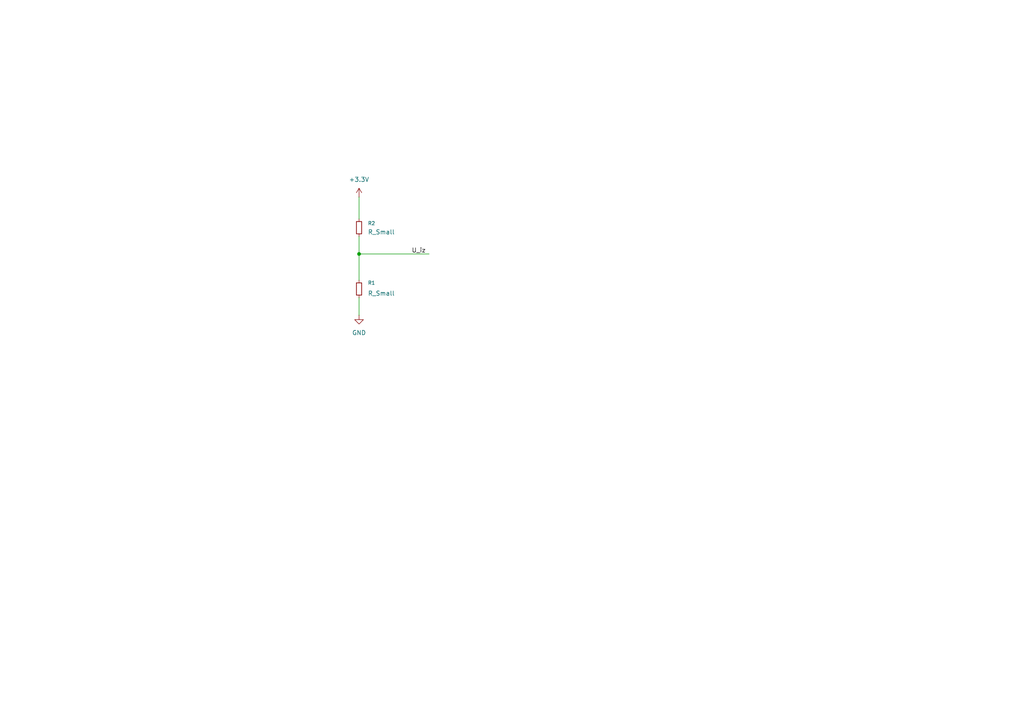
<source format=kicad_sch>
(kicad_sch (version 20250114) (generator "eeschema") (generator_version "9.0")
  (paper "A4")
  (title_block (title "BCD brojač") (rev "0") (company "TVZ - Tehničko veleučilište u Zagrebu") (comment 1 "izradio: Ivan Brajković"))
  (lib_symbols
    (symbol "Device:R_Small" (pin_numbers (hide yes)) (pin_names (offset 0.254) (hide yes))
      (property "Reference" "R" (at 0 0 90))
      (property "Value" "R_Small" (at 1.778 0 90))
      (symbol "R_Small_0_1"
        (rectangle (start -0.762 1.778) (end 0.762 -1.778) (stroke (width 0.2032)))
      )
      (symbol "R_Small_1_1"
        (pin passive line (at 0 2.54 270) (length 0.762) (name "~") (number "1"))
        (pin passive line (at 0 -2.54 90) (length 0.762) (name "~") (number "2"))
      )
    )
    (symbol "power:+3.3V" (power) (pin_numbers (hide yes)) (pin_names (offset 0) (hide yes))
      (property "Value" "+3.3V" (at 0 3.556 0))
      (symbol "+3.3V_0_1"
        (polyline (pts (xy -0.762 1.27) (xy 0 2.54)))
        (polyline (pts (xy 0 2.54) (xy 0.762 1.27)))
        (polyline (pts (xy 0 0) (xy 0 2.54)))
      )
      (symbol "+3.3V_1_1"
        (pin power_in line (at 0 0 90) (length 0) (name "~") (number "1"))
      )
    )
    (symbol "power:GND" (power) (pin_numbers (hide yes)) (pin_names (offset 0) (hide yes))
      (property "Value" "GND" (at 0 -3.81 0))
      (symbol "GND_0_1"
        (polyline (pts (xy 0 0) (xy 0 -1.27) (xy 1.27 -1.27) (xy 0 -2.54) (xy -1.27 -1.27) (xy 0 -1.27)))
      )
      (symbol "GND_1_1"
        (pin power_in line (at 0 0 270) (length 0) (name "~") (number "1"))
      )
    )
  )
  (junction (at 104.14 73.66))
  (wire (pts (xy 104.14 68.58) (xy 104.14 73.66)))
  (wire (pts (xy 104.14 73.66) (xy 104.14 81.28)))
  (wire (pts (xy 104.14 86.36) (xy 104.14 91.44)))
  (wire (pts (xy 104.14 73.66) (xy 124.46 73.66)))
  (wire (pts (xy 104.14 57.15) (xy 104.14 63.5)))
  (label "U_iz" (at 119.38 73.66 0))
  (symbol (lib_id "power:+3.3V") (at 104.14 57.15 0) (unit 1)
    (property "Reference" "#PWR01" (effects (hide yes)))
    (property "Value" "+3.3V" (at 104.14 52.07 0))
    (property "Description" "Power symbol creates a global label with name \"+3.3V\"" (effects (hide yes)))
  )
  (symbol (lib_id "power:GND") (at 104.14 91.44 0) (unit 1)
    (property "Reference" "#PWR02" (effects (hide yes)))
    (property "Value" "GND" (at 104.14 96.52 0))
    (property "Description" "Power symbol creates a global label with name \"GND\" , ground" (effects (hide yes)))
  )
  (symbol (lib_id "Device:R_Small") (at 104.14 83.82 0) (unit 1)
    (property "Reference" "R1" (at 106.68 82.042 0) (effects (font (size 1.016 1.016)) (justify left)))
    (property "Value" "R_Small" (at 106.68 85.0899 0) (effects (justify left)))
    (property "Description" "Resistor, small symbol" (effects (hide yes)))
  )
  (symbol (lib_id "Device:R_Small") (at 104.14 66.04 0) (unit 1)
    (property "Reference" "R2" (at 106.68 64.7699 0) (effects (font (size 1.016 1.016)) (justify left)))
    (property "Value" "R_Small" (at 106.68 67.3099 0) (effects (justify left)))
    (property "Description" "Resistor, small symbol" (effects (hide yes)))
  )
)
</source>
